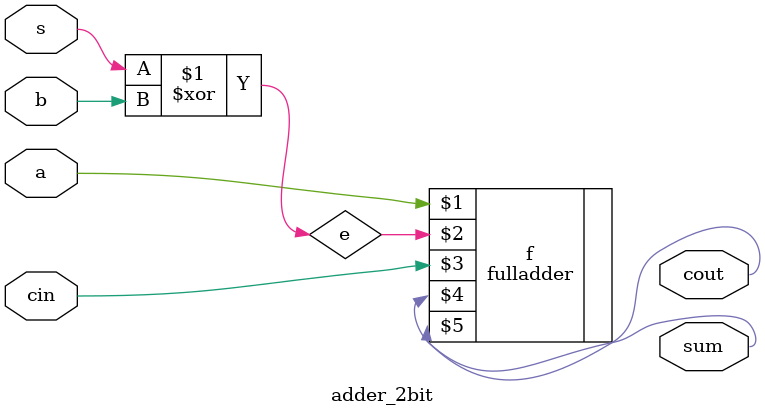
<source format=v>
`timescale 1ns / 1ps

module adder_2bit(
    input a,
    input b,
    input s,
    input cin,
    output cout,
    output sum
    );
	 
	 wire e;
	 xor #(10) (e, s, b);
	 fulladder f(a, e, cin, cout, sum);

endmodule

</source>
